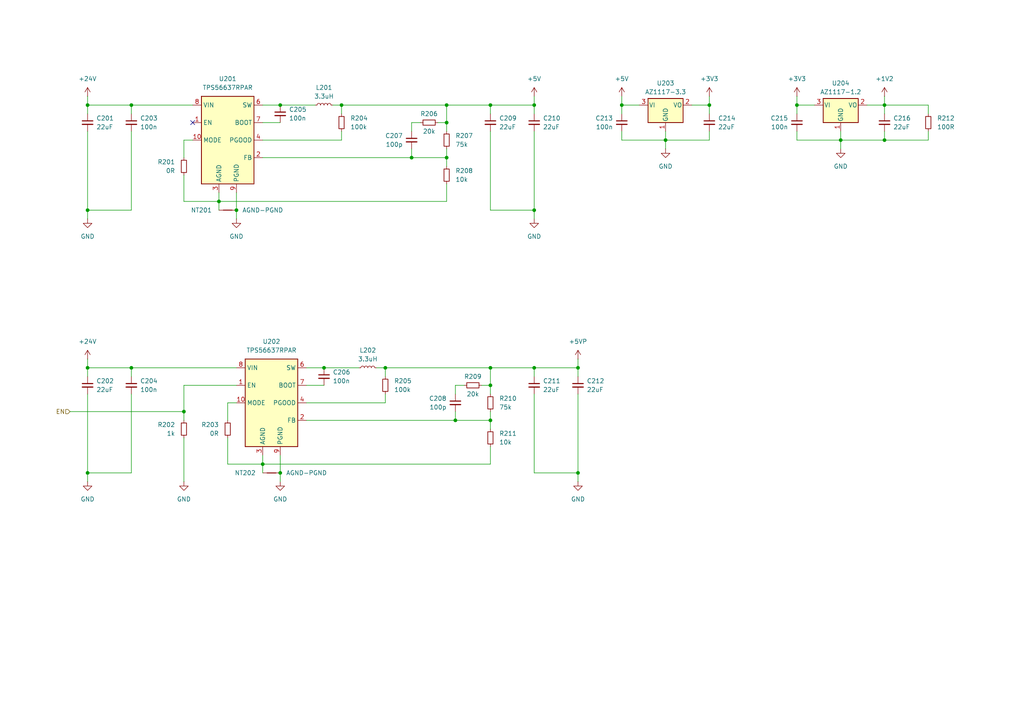
<source format=kicad_sch>
(kicad_sch (version 20250114) (generator "eeschema") (generator_version "9.0")
  (paper "A4")
  (lib_symbols
    (symbol "Device:C_Small" (pin_numbers (hide yes)) (pin_names (offset 0.254) (hide yes))
      (property "Reference" "C" (at 0.254 1.778 0))
      (property "Value" "C_Small" (at 0.254 -2.032 0))
      (symbol "C_Small_0_1"
        (polyline (pts (xy -1.524 0.508) (xy 1.524 0.508)) (stroke (width 0.3048)))
        (polyline (pts (xy -1.524 -0.508) (xy 1.524 -0.508)) (stroke (width 0.3302)))
      )
      (symbol "C_Small_1_1"
        (pin passive line (at 0 2.54 270) (length 2.032) (name "~") (number "1"))
        (pin passive line (at 0 -2.54 90) (length 2.032) (name "~") (number "2"))
      )
    )
    (symbol "Device:L_Small" (pin_numbers (hide yes)) (pin_names (offset 0.254) (hide yes))
      (property "Reference" "L" (at 0.762 1.016 0))
      (property "Value" "L_Small" (at 0.762 -1.016 0))
      (symbol "L_Small_0_1"
        (arc (start 0 2.032) (mid 0.5058 1.524) (end 0 1.016))
        (arc (start 0 1.016) (mid 0.5058 0.508) (end 0 0))
        (arc (start 0 0) (mid 0.5058 -0.508) (end 0 -1.016))
        (arc (start 0 -1.016) (mid 0.5058 -1.524) (end 0 -2.032))
      )
      (symbol "L_Small_1_1"
        (pin passive line (at 0 2.54 270) (length 0.508) (name "~") (number "1"))
        (pin passive line (at 0 -2.54 90) (length 0.508) (name "~") (number "2"))
      )
    )
    (symbol "Device:NetTie_2" (pin_numbers (hide yes)) (pin_names (offset 0) (hide yes)) (in_bom no)
      (property "Reference" "NT" (at 0 1.27 0))
      (property "Value" "NetTie_2" (at 0 -1.27 0))
      (symbol "NetTie_2_0_1"
        (polyline (pts (xy -1.27 0) (xy 1.27 0)) (stroke (width 0.254)))
      )
      (symbol "NetTie_2_1_1"
        (pin passive line (at -2.54 0 0) (length 2.54) (name "1") (number "1"))
        (pin passive line (at 2.54 0 180) (length 2.54) (name "2") (number "2"))
      )
    )
    (symbol "Device:R_Small" (pin_numbers (hide yes)) (pin_names (offset 0.254) (hide yes))
      (property "Reference" "R" (at 0.762 0.508 0))
      (property "Value" "R_Small" (at 0.762 -1.016 0))
      (symbol "R_Small_0_1"
        (rectangle (start -0.762 1.778) (end 0.762 -1.778) (stroke (width 0.2032)))
      )
      (symbol "R_Small_1_1"
        (pin passive line (at 0 2.54 270) (length 0.762) (name "~") (number "1"))
        (pin passive line (at 0 -2.54 90) (length 0.762) (name "~") (number "2"))
      )
    )
    (symbol "Regulator_Linear:AZ1117-1.2" (pin_names (offset 0.254))
      (property "Reference" "U" (at -3.81 3.175 0))
      (property "Value" "AZ1117-1.2" (at 0 3.175 0))
      (symbol "AZ1117-1.2_0_1"
        (rectangle (start -5.08 1.905) (end 5.08 -5.08) (stroke (width 0.254)) (fill (type background)))
      )
      (symbol "AZ1117-1.2_1_1"
        (pin power_in line (at -7.62 0 0) (length 2.54) (name "VI") (number "3"))
        (pin power_in line (at 0 -7.62 90) (length 2.54) (name "GND") (number "1"))
        (pin power_out line (at 7.62 0 180) (length 2.54) (name "VO") (number "2"))
      )
    )
    (symbol "Regulator_Linear:AZ1117-3.3" (pin_names (offset 0.254))
      (property "Reference" "U" (at -3.81 3.175 0))
      (property "Value" "AZ1117-3.3" (at 0 3.175 0))
      (symbol "AZ1117-3.3_0_1"
        (rectangle (start -5.08 1.905) (end 5.08 -5.08) (stroke (width 0.254)) (fill (type background)))
      )
      (symbol "AZ1117-3.3_1_1"
        (pin power_in line (at -7.62 0 0) (length 2.54) (name "VI") (number "3"))
        (pin power_in line (at 0 -7.62 90) (length 2.54) (name "GND") (number "1"))
        (pin power_out line (at 7.62 0 180) (length 2.54) (name "VO") (number "2"))
      )
    )
    (symbol "power:+1V2" (power) (pin_numbers (hide yes)) (pin_names (offset 0) (hide yes))
      (property "Value" "+1V2" (at 0 3.556 0))
      (symbol "+1V2_0_1"
        (polyline (pts (xy -0.762 1.27) (xy 0 2.54)))
        (polyline (pts (xy 0 2.54) (xy 0.762 1.27)))
        (polyline (pts (xy 0 0) (xy 0 2.54)))
      )
      (symbol "+1V2_1_1"
        (pin power_in line (at 0 0 90) (length 0) (name "~") (number "1"))
      )
    )
    (symbol "power:+24V" (power) (pin_numbers (hide yes)) (pin_names (offset 0) (hide yes))
      (property "Value" "+24V" (at 0 3.556 0))
      (symbol "+24V_0_1"
        (polyline (pts (xy -0.762 1.27) (xy 0 2.54)))
        (polyline (pts (xy 0 2.54) (xy 0.762 1.27)))
        (polyline (pts (xy 0 0) (xy 0 2.54)))
      )
      (symbol "+24V_1_1"
        (pin power_in line (at 0 0 90) (length 0) (name "~") (number "1"))
      )
    )
    (symbol "power:+3V3" (power) (pin_numbers (hide yes)) (pin_names (offset 0) (hide yes))
      (property "Value" "+3V3" (at 0 3.556 0))
      (symbol "+3V3_0_1"
        (polyline (pts (xy -0.762 1.27) (xy 0 2.54)))
        (polyline (pts (xy 0 2.54) (xy 0.762 1.27)))
        (polyline (pts (xy 0 0) (xy 0 2.54)))
      )
      (symbol "+3V3_1_1"
        (pin power_in line (at 0 0 90) (length 0) (name "~") (number "1"))
      )
    )
    (symbol "power:+5V" (power) (pin_numbers (hide yes)) (pin_names (offset 0) (hide yes))
      (property "Value" "+5V" (at 0 3.556 0))
      (symbol "+5V_0_1"
        (polyline (pts (xy -0.762 1.27) (xy 0 2.54)))
        (polyline (pts (xy 0 2.54) (xy 0.762 1.27)))
        (polyline (pts (xy 0 0) (xy 0 2.54)))
      )
      (symbol "+5V_1_1"
        (pin power_in line (at 0 0 90) (length 0) (name "~") (number "1"))
      )
    )
    (symbol "power:+5VP" (power) (pin_numbers (hide yes)) (pin_names (offset 0) (hide yes))
      (property "Value" "+5VP" (at 0 3.556 0))
      (symbol "+5VP_0_1"
        (polyline (pts (xy -0.762 1.27) (xy 0 2.54)))
        (polyline (pts (xy 0 2.54) (xy 0.762 1.27)))
        (polyline (pts (xy 0 0) (xy 0 2.54)))
      )
      (symbol "+5VP_1_1"
        (pin power_in line (at 0 0 90) (length 0) (name "~") (number "1"))
      )
    )
    (symbol "power:GND" (power) (pin_numbers (hide yes)) (pin_names (offset 0) (hide yes))
      (property "Value" "GND" (at 0 -3.81 0))
      (symbol "GND_0_1"
        (polyline (pts (xy 0 0) (xy 0 -1.27) (xy 1.27 -1.27) (xy 0 -2.54) (xy -1.27 -1.27) (xy 0 -1.27)))
      )
      (symbol "GND_1_1"
        (pin power_in line (at 0 0 270) (length 0) (name "~") (number "1"))
      )
    )
    (symbol "stmbl-fpga-master:TPS56637RPAR"
      (property "Reference" "U" (at -6.35 13.97 0))
      (property "Value" "TPS56637RPAR" (at 5.08 13.97 0))
      (symbol "TPS56637RPAR_0_1"
        (rectangle (start -7.62 12.7) (end 7.62 -12.7) (stroke (width 0.254)) (fill (type background)))
      )
      (symbol "TPS56637RPAR_1_1"
        (pin power_in line (at -10.16 10.16 0) (length 2.54) (name "VIN") (number "8"))
        (pin input line (at -10.16 5.08 0) (length 2.54) (name "EN") (number "1"))
        (pin input line (at -10.16 0 0) (length 2.54) (name "MODE") (number "10"))
        (pin no_connect line (at -10.16 -5.08 0) (length 2.54) (hide yes) (name "NC") (number "5"))
        (pin power_in line (at -2.54 -15.24 90) (length 2.54) (name "AGND") (number "3"))
        (pin power_in line (at 2.54 -15.24 90) (length 2.54) (name "PGND") (number "9"))
        (pin power_out line (at 10.16 10.16 180) (length 2.54) (name "SW") (number "6"))
        (pin passive line (at 10.16 5.08 180) (length 2.54) (name "BOOT") (number "7"))
        (pin open_collector line (at 10.16 0 180) (length 2.54) (name "PGOOD") (number "4"))
        (pin input line (at 10.16 -5.08 180) (length 2.54) (name "FB") (number "2"))
      )
    )
  )
  (junction (at 256.54 30.48))
  (junction (at 256.54 40.64))
  (junction (at 231.14 30.48))
  (junction (at 193.04 40.64))
  (junction (at 25.4 106.68))
  (junction (at 68.58 60.96))
  (junction (at 25.4 137.16))
  (junction (at 81.28 30.48))
  (junction (at 99.06 30.48))
  (junction (at 53.34 119.38))
  (junction (at 154.94 60.96))
  (junction (at 111.76 106.68))
  (junction (at 129.54 35.56))
  (junction (at 129.54 30.48))
  (junction (at 167.64 106.68))
  (junction (at 119.38 45.72))
  (junction (at 142.24 106.68))
  (junction (at 25.4 60.96))
  (junction (at 63.5 58.42))
  (junction (at 81.28 137.16))
  (junction (at 154.94 30.48))
  (junction (at 25.4 30.48))
  (junction (at 76.2 134.62))
  (junction (at 142.24 30.48))
  (junction (at 167.64 137.16))
  (junction (at 129.54 45.72))
  (junction (at 243.84 40.64))
  (junction (at 180.34 30.48))
  (junction (at 154.94 106.68))
  (junction (at 38.1 30.48))
  (junction (at 142.24 121.92))
  (junction (at 38.1 106.68))
  (junction (at 93.98 106.68))
  (junction (at 142.24 111.76))
  (junction (at 132.08 121.92))
  (junction (at 205.74 30.48))
  (no_connect (at 55.88 35.56))
  (wire (pts (xy 142.24 119.38) (xy 142.24 121.92)))
  (wire (pts (xy 25.4 114.3) (xy 25.4 137.16)))
  (wire (pts (xy 76.2 132.08) (xy 76.2 134.62)))
  (wire (pts (xy 205.74 40.64) (xy 193.04 40.64)))
  (wire (pts (xy 132.08 111.76) (xy 132.08 114.3)))
  (wire (pts (xy 154.94 106.68) (xy 142.24 106.68)))
  (wire (pts (xy 53.34 58.42) (xy 63.5 58.42)))
  (wire (pts (xy 38.1 30.48) (xy 25.4 30.48)))
  (wire (pts (xy 205.74 30.48) (xy 200.66 30.48)))
  (wire (pts (xy 76.2 134.62) (xy 142.24 134.62)))
  (wire (pts (xy 119.38 45.72) (xy 129.54 45.72)))
  (wire (pts (xy 129.54 53.34) (xy 129.54 58.42)))
  (wire (pts (xy 63.5 58.42) (xy 63.5 60.96)))
  (wire (pts (xy 139.7 111.76) (xy 142.24 111.76)))
  (wire (pts (xy 88.9 111.76) (xy 93.98 111.76)))
  (wire (pts (xy 142.24 38.1) (xy 142.24 60.96)))
  (wire (pts (xy 53.34 50.8) (xy 53.34 58.42)))
  (wire (pts (xy 25.4 38.1) (xy 25.4 60.96)))
  (wire (pts (xy 55.88 40.64) (xy 53.34 40.64)))
  (wire (pts (xy 269.24 30.48) (xy 256.54 30.48)))
  (wire (pts (xy 154.94 60.96) (xy 142.24 60.96)))
  (wire (pts (xy 53.34 40.64) (xy 53.34 45.72)))
  (wire (pts (xy 63.5 58.42) (xy 129.54 58.42)))
  (wire (pts (xy 119.38 35.56) (xy 119.38 38.1)))
  (wire (pts (xy 20.32 119.38) (xy 53.34 119.38)))
  (wire (pts (xy 154.94 30.48) (xy 142.24 30.48)))
  (wire (pts (xy 167.64 104.14) (xy 167.64 106.68)))
  (wire (pts (xy 142.24 30.48) (xy 129.54 30.48)))
  (wire (pts (xy 129.54 35.56) (xy 129.54 38.1)))
  (wire (pts (xy 68.58 60.96) (xy 68.58 63.5)))
  (wire (pts (xy 231.14 30.48) (xy 231.14 33.02)))
  (wire (pts (xy 231.14 38.1) (xy 231.14 40.64)))
  (wire (pts (xy 119.38 43.18) (xy 119.38 45.72)))
  (wire (pts (xy 142.24 106.68) (xy 142.24 111.76)))
  (wire (pts (xy 25.4 106.68) (xy 25.4 109.22)))
  (wire (pts (xy 55.88 30.48) (xy 38.1 30.48)))
  (wire (pts (xy 88.9 121.92) (xy 132.08 121.92)))
  (wire (pts (xy 99.06 30.48) (xy 99.06 33.02)))
  (wire (pts (xy 205.74 38.1) (xy 205.74 40.64)))
  (wire (pts (xy 53.34 127) (xy 53.34 139.7)))
  (wire (pts (xy 53.34 119.38) (xy 53.34 121.92)))
  (wire (pts (xy 154.94 38.1) (xy 154.94 60.96)))
  (wire (pts (xy 38.1 30.48) (xy 38.1 33.02)))
  (wire (pts (xy 25.4 60.96) (xy 38.1 60.96)))
  (wire (pts (xy 129.54 30.48) (xy 129.54 35.56)))
  (wire (pts (xy 68.58 55.88) (xy 68.58 60.96)))
  (wire (pts (xy 121.92 35.56) (xy 119.38 35.56)))
  (wire (pts (xy 66.04 127) (xy 66.04 134.62)))
  (wire (pts (xy 193.04 40.64) (xy 193.04 38.1)))
  (wire (pts (xy 231.14 27.94) (xy 231.14 30.48)))
  (wire (pts (xy 180.34 30.48) (xy 180.34 33.02)))
  (wire (pts (xy 111.76 106.68) (xy 111.76 109.22)))
  (wire (pts (xy 167.64 137.16) (xy 154.94 137.16)))
  (wire (pts (xy 38.1 106.68) (xy 38.1 109.22)))
  (wire (pts (xy 243.84 40.64) (xy 243.84 43.18)))
  (wire (pts (xy 256.54 30.48) (xy 251.46 30.48)))
  (wire (pts (xy 93.98 106.68) (xy 104.14 106.68)))
  (wire (pts (xy 96.52 30.48) (xy 99.06 30.48)))
  (wire (pts (xy 231.14 40.64) (xy 243.84 40.64)))
  (wire (pts (xy 142.24 33.02) (xy 142.24 30.48)))
  (wire (pts (xy 38.1 114.3) (xy 38.1 137.16)))
  (wire (pts (xy 38.1 38.1) (xy 38.1 60.96)))
  (wire (pts (xy 76.2 30.48) (xy 81.28 30.48)))
  (wire (pts (xy 111.76 106.68) (xy 142.24 106.68)))
  (wire (pts (xy 66.04 134.62) (xy 76.2 134.62)))
  (wire (pts (xy 256.54 33.02) (xy 256.54 30.48)))
  (wire (pts (xy 111.76 116.84) (xy 88.9 116.84)))
  (wire (pts (xy 167.64 137.16) (xy 167.64 139.7)))
  (wire (pts (xy 185.42 30.48) (xy 180.34 30.48)))
  (wire (pts (xy 53.34 111.76) (xy 68.58 111.76)))
  (wire (pts (xy 99.06 40.64) (xy 76.2 40.64)))
  (wire (pts (xy 25.4 137.16) (xy 25.4 139.7)))
  (wire (pts (xy 111.76 114.3) (xy 111.76 116.84)))
  (wire (pts (xy 25.4 30.48) (xy 25.4 33.02)))
  (wire (pts (xy 193.04 40.64) (xy 193.04 43.18)))
  (wire (pts (xy 129.54 45.72) (xy 129.54 48.26)))
  (wire (pts (xy 134.62 111.76) (xy 132.08 111.76)))
  (wire (pts (xy 25.4 27.94) (xy 25.4 30.48)))
  (wire (pts (xy 167.64 109.22) (xy 167.64 106.68)))
  (wire (pts (xy 132.08 119.38) (xy 132.08 121.92)))
  (wire (pts (xy 243.84 40.64) (xy 243.84 38.1)))
  (wire (pts (xy 154.94 27.94) (xy 154.94 30.48)))
  (wire (pts (xy 167.64 114.3) (xy 167.64 137.16)))
  (wire (pts (xy 63.5 55.88) (xy 63.5 58.42)))
  (wire (pts (xy 68.58 116.84) (xy 66.04 116.84)))
  (wire (pts (xy 142.24 129.54) (xy 142.24 134.62)))
  (wire (pts (xy 236.22 30.48) (xy 231.14 30.48)))
  (wire (pts (xy 99.06 30.48) (xy 129.54 30.48)))
  (wire (pts (xy 269.24 38.1) (xy 269.24 40.64)))
  (wire (pts (xy 25.4 137.16) (xy 38.1 137.16)))
  (wire (pts (xy 76.2 134.62) (xy 76.2 137.16)))
  (wire (pts (xy 66.04 116.84) (xy 66.04 121.92)))
  (wire (pts (xy 38.1 106.68) (xy 25.4 106.68)))
  (wire (pts (xy 76.2 35.56) (xy 81.28 35.56)))
  (wire (pts (xy 154.94 109.22) (xy 154.94 106.68)))
  (wire (pts (xy 256.54 40.64) (xy 243.84 40.64)))
  (wire (pts (xy 76.2 45.72) (xy 119.38 45.72)))
  (wire (pts (xy 180.34 38.1) (xy 180.34 40.64)))
  (wire (pts (xy 269.24 33.02) (xy 269.24 30.48)))
  (wire (pts (xy 25.4 60.96) (xy 25.4 63.5)))
  (wire (pts (xy 81.28 132.08) (xy 81.28 137.16)))
  (wire (pts (xy 142.24 121.92) (xy 142.24 124.46)))
  (wire (pts (xy 154.94 60.96) (xy 154.94 63.5)))
  (wire (pts (xy 167.64 106.68) (xy 154.94 106.68)))
  (wire (pts (xy 99.06 38.1) (xy 99.06 40.64)))
  (wire (pts (xy 180.34 40.64) (xy 193.04 40.64)))
  (wire (pts (xy 256.54 27.94) (xy 256.54 30.48)))
  (wire (pts (xy 205.74 27.94) (xy 205.74 30.48)))
  (wire (pts (xy 129.54 43.18) (xy 129.54 45.72)))
  (wire (pts (xy 25.4 104.14) (xy 25.4 106.68)))
  (wire (pts (xy 269.24 40.64) (xy 256.54 40.64)))
  (wire (pts (xy 132.08 121.92) (xy 142.24 121.92)))
  (wire (pts (xy 88.9 106.68) (xy 93.98 106.68)))
  (wire (pts (xy 81.28 30.48) (xy 91.44 30.48)))
  (wire (pts (xy 38.1 106.68) (xy 68.58 106.68)))
  (wire (pts (xy 109.22 106.68) (xy 111.76 106.68)))
  (wire (pts (xy 256.54 38.1) (xy 256.54 40.64)))
  (wire (pts (xy 154.94 114.3) (xy 154.94 137.16)))
  (wire (pts (xy 154.94 33.02) (xy 154.94 30.48)))
  (wire (pts (xy 81.28 137.16) (xy 81.28 139.7)))
  (wire (pts (xy 180.34 27.94) (xy 180.34 30.48)))
  (wire (pts (xy 205.74 33.02) (xy 205.74 30.48)))
  (wire (pts (xy 142.24 111.76) (xy 142.24 114.3)))
  (wire (pts (xy 127 35.56) (xy 129.54 35.56)))
  (wire (pts (xy 53.34 111.76) (xy 53.34 119.38)))
  (hierarchical_label "EN" (shape input) (at 20.32 119.38 180))
  (symbol (lib_id "stmbl-fpga-master:TPS56637RPAR") (at 66.04 40.64 0) (unit 1)
    (property "Reference" "U201" (at 66.04 22.86 0))
    (property "Value" "TPS56637RPAR" (at 66.04 25.4 0))
    (property "Footprint" "stmbl-fpga-master:Texas_RPA0010A_VQFN-HR-10_3x3mm_P0.5mm" (effects (hide yes)))
    (property "Datasheet" "https://www.ti.com/lit/ds/symlink/tps56637.pdf" (effects (hide yes)))
    (property "Description" "4.5V-28V Input, 6A Synchronous Buck Converter, Adjustable Output, 500kHz Switching Frequency, Texas VQFN-HR (10)" (effects (hide yes)))
  )
  (symbol (lib_id "Device:R_Small") (at 269.24 35.56 0) (unit 1)
    (property "Reference" "R212" (at 271.78 34.2899 0) (effects (justify left)))
    (property "Value" "100R" (at 271.78 36.8299 0) (effects (justify left)))
    (property "Footprint" "Resistor_SMD:R_0603_1608Metric" (effects (hide yes)))
    (property "Description" "Resistor, small symbol" (effects (hide yes)))
  )
  (symbol (lib_id "Device:R_Small") (at 142.24 127 0) (unit 1)
    (property "Reference" "R211" (at 144.78 125.7299 0) (effects (justify left)))
    (property "Value" "10k" (at 144.78 128.2699 0) (effects (justify left)))
    (property "Footprint" "Resistor_SMD:R_0603_1608Metric" (effects (hide yes)))
    (property "Description" "Resistor, small symbol" (effects (hide yes)))
  )
  (symbol (lib_id "Device:C_Small") (at 154.94 111.76 0) (unit 1)
    (property "Reference" "C211" (at 157.48 110.4962 0) (effects (justify left)))
    (property "Value" "22uF" (at 157.48 113.0362 0) (effects (justify left)))
    (property "Footprint" "Capacitor_SMD:C_1206_3216Metric" (effects (hide yes)))
    (property "Description" "Unpolarized capacitor, small symbol" (effects (hide yes)))
  )
  (symbol (lib_id "Regulator_Linear:AZ1117-3.3") (at 193.04 30.48 0) (unit 1)
    (property "Reference" "U203" (at 193.04 24.13 0))
    (property "Value" "AZ1117-3.3" (at 193.04 26.67 0))
    (property "Footprint" "Package_TO_SOT_SMD:SOT-223-3_TabPin2" (effects (hide yes)))
    (property "Datasheet" "https://www.diodes.com/assets/Datasheets/AZ1117.pdf" (effects (hide yes)))
    (property "Description" "1A 20V Fixed LDO Linear Regulator, 3.3V, SOT-89/SOT-223/TO-220/TO-252/TO-263" (effects (hide yes)))
  )
  (symbol (lib_id "Device:C_Small") (at 119.38 40.64 0) (mirror y) (unit 1)
    (property "Reference" "C207" (at 116.84 39.3762 0) (effects (justify left)))
    (property "Value" "100p" (at 116.84 41.9162 0) (effects (justify left)))
    (property "Footprint" "Capacitor_SMD:C_0603_1608Metric" (effects (hide yes)))
    (property "Description" "Unpolarized capacitor, small symbol" (effects (hide yes)))
  )
  (symbol (lib_id "Device:C_Small") (at 25.4 111.76 0) (unit 1)
    (property "Reference" "C202" (at 27.94 110.4962 0) (effects (justify left)))
    (property "Value" "22uF" (at 27.94 113.0362 0) (effects (justify left)))
    (property "Footprint" "Capacitor_SMD:C_1206_3216Metric" (effects (hide yes)))
    (property "Description" "Unpolarized capacitor, small symbol" (effects (hide yes)))
  )
  (symbol (lib_id "power:+24V") (at 25.4 27.94 0) (unit 1)
    (property "Reference" "#PWR0201" (effects (hide yes)))
    (property "Value" "+24V" (at 25.4 22.86 0))
    (property "Description" "Power symbol creates a global label with name \"+24V\"" (effects (hide yes)))
  )
  (symbol (lib_id "Device:R_Small") (at 137.16 111.76 90) (unit 1)
    (property "Reference" "R209" (at 137.16 109.22 90))
    (property "Value" "20k" (at 137.16 114.3 90))
    (property "Footprint" "Resistor_SMD:R_0603_1608Metric" (effects (hide yes)))
    (property "Description" "Resistor, small symbol" (effects (hide yes)))
  )
  (symbol (lib_id "Device:C_Small") (at 132.08 116.84 0) (mirror y) (unit 1)
    (property "Reference" "C208" (at 129.54 115.5762 0) (effects (justify left)))
    (property "Value" "100p" (at 129.54 118.1162 0) (effects (justify left)))
    (property "Footprint" "Capacitor_SMD:C_0603_1608Metric" (effects (hide yes)))
    (property "Description" "Unpolarized capacitor, small symbol" (effects (hide yes)))
  )
  (symbol (lib_id "Device:C_Small") (at 167.64 111.76 0) (unit 1)
    (property "Reference" "C212" (at 170.18 110.4962 0) (effects (justify left)))
    (property "Value" "22uF" (at 170.18 113.0362 0) (effects (justify left)))
    (property "Footprint" "Capacitor_SMD:C_1206_3216Metric" (effects (hide yes)))
    (property "Description" "Unpolarized capacitor, small symbol" (effects (hide yes)))
  )
  (symbol (lib_id "Device:C_Small") (at 142.24 35.56 0) (unit 1)
    (property "Reference" "C209" (at 144.78 34.2962 0) (effects (justify left)))
    (property "Value" "22uF" (at 144.78 36.8362 0) (effects (justify left)))
    (property "Footprint" "Capacitor_SMD:C_1206_3216Metric" (effects (hide yes)))
    (property "Description" "Unpolarized capacitor, small symbol" (effects (hide yes)))
  )
  (symbol (lib_id "Device:C_Small") (at 180.34 35.56 0) (mirror y) (unit 1)
    (property "Reference" "C213" (at 177.8 34.2962 0) (effects (justify left)))
    (property "Value" "100n" (at 177.8 36.8362 0) (effects (justify left)))
    (property "Footprint" "Capacitor_SMD:C_0603_1608Metric" (effects (hide yes)))
    (property "Description" "Unpolarized capacitor, small symbol" (effects (hide yes)))
  )
  (symbol (lib_id "Device:C_Small") (at 38.1 111.76 0) (unit 1)
    (property "Reference" "C204" (at 40.64 110.4962 0) (effects (justify left)))
    (property "Value" "100n" (at 40.64 113.0362 0) (effects (justify left)))
    (property "Footprint" "Capacitor_SMD:C_0603_1608Metric" (effects (hide yes)))
    (property "Description" "Unpolarized capacitor, small symbol" (effects (hide yes)))
  )
  (symbol (lib_id "Device:R_Small") (at 53.34 48.26 0) (mirror y) (unit 1)
    (property "Reference" "R201" (at 50.8 46.9899 0) (effects (justify left)))
    (property "Value" "0R" (at 50.8 49.5299 0) (effects (justify left)))
    (property "Footprint" "Resistor_SMD:R_0603_1608Metric" (effects (hide yes)))
    (property "Description" "Resistor, small symbol" (effects (hide yes)))
  )
  (symbol (lib_id "Device:C_Small") (at 38.1 35.56 0) (unit 1)
    (property "Reference" "C203" (at 40.64 34.2962 0) (effects (justify left)))
    (property "Value" "100n" (at 40.64 36.8362 0) (effects (justify left)))
    (property "Footprint" "Capacitor_SMD:C_0603_1608Metric" (effects (hide yes)))
    (property "Description" "Unpolarized capacitor, small symbol" (effects (hide yes)))
  )
  (symbol (lib_id "Device:C_Small") (at 154.94 35.56 0) (unit 1)
    (property "Reference" "C210" (at 157.48 34.2962 0) (effects (justify left)))
    (property "Value" "22uF" (at 157.48 36.8362 0) (effects (justify left)))
    (property "Footprint" "Capacitor_SMD:C_1206_3216Metric" (effects (hide yes)))
    (property "Description" "Unpolarized capacitor, small symbol" (effects (hide yes)))
  )
  (symbol (lib_id "Device:C_Small") (at 81.28 33.02 0) (unit 1)
    (property "Reference" "C205" (at 83.82 31.7562 0) (effects (justify left)))
    (property "Value" "100n" (at 83.82 34.2962 0) (effects (justify left)))
    (property "Footprint" "Capacitor_SMD:C_0603_1608Metric" (effects (hide yes)))
    (property "Description" "Unpolarized capacitor, small symbol" (effects (hide yes)))
  )
  (symbol (lib_id "Device:R_Small") (at 142.24 116.84 0) (unit 1)
    (property "Reference" "R210" (at 144.78 115.5699 0) (effects (justify left)))
    (property "Value" "75k" (at 144.78 118.1099 0) (effects (justify left)))
    (property "Footprint" "Resistor_SMD:R_0603_1608Metric" (effects (hide yes)))
    (property "Description" "Resistor, small symbol" (effects (hide yes)))
  )
  (symbol (lib_id "power:+5VP") (at 167.64 104.14 0) (unit 1)
    (property "Reference" "#PWR0210" (effects (hide yes)))
    (property "Value" "+5VP" (at 167.64 99.06 0))
    (property "Description" "Power symbol creates a global label with name \"+5VP\"" (effects (hide yes)))
  )
  (symbol (lib_id "Device:R_Small") (at 66.04 124.46 0) (mirror y) (unit 1)
    (property "Reference" "R203" (at 63.5 123.1899 0) (effects (justify left)))
    (property "Value" "0R" (at 63.5 125.7299 0) (effects (justify left)))
    (property "Footprint" "Resistor_SMD:R_0603_1608Metric" (effects (hide yes)))
    (property "Description" "Resistor, small symbol" (effects (hide yes)))
  )
  (symbol (lib_id "Device:L_Small") (at 93.98 30.48 90) (unit 1)
    (property "Reference" "L201" (at 93.98 25.4 90))
    (property "Value" "3.3uH" (at 93.98 27.94 90))
    (property "Footprint" "Inductor_SMD:L_Sunlord_MWSA0603S" (effects (hide yes)))
    (property "Description" "Inductor, small symbol" (effects (hide yes)))
  )
  (symbol (lib_id "power:GND") (at 81.28 139.7 0) (unit 1)
    (property "Reference" "#PWR0207" (effects (hide yes)))
    (property "Value" "GND" (at 81.28 144.78 0))
    (property "Description" "Power symbol creates a global label with name \"GND\" , ground" (effects (hide yes)))
  )
  (symbol (lib_id "Device:C_Small") (at 231.14 35.56 0) (mirror y) (unit 1)
    (property "Reference" "C215" (at 228.6 34.2962 0) (effects (justify left)))
    (property "Value" "100n" (at 228.6 36.8362 0) (effects (justify left)))
    (property "Footprint" "Capacitor_SMD:C_0603_1608Metric" (effects (hide yes)))
    (property "Description" "Unpolarized capacitor, small symbol" (effects (hide yes)))
  )
  (symbol (lib_id "power:+1V2") (at 256.54 27.94 0) (unit 1)
    (property "Reference" "#PWR0217" (effects (hide yes)))
    (property "Value" "+1V2" (at 256.54 22.86 0))
    (property "Description" "Power symbol creates a global label with name \"+1V2\"" (effects (hide yes)))
  )
  (symbol (lib_id "power:GND") (at 68.58 63.5 0) (unit 1)
    (property "Reference" "#PWR0206" (effects (hide yes)))
    (property "Value" "GND" (at 68.58 68.58 0))
    (property "Description" "Power symbol creates a global label with name \"GND\" , ground" (effects (hide yes)))
  )
  (symbol (lib_id "Device:R_Small") (at 124.46 35.56 90) (unit 1)
    (property "Reference" "R206" (at 124.46 33.02 90))
    (property "Value" "20k" (at 124.46 38.1 90))
    (property "Footprint" "Resistor_SMD:R_0603_1608Metric" (effects (hide yes)))
    (property "Description" "Resistor, small symbol" (effects (hide yes)))
  )
  (symbol (lib_id "power:GND") (at 193.04 43.18 0) (unit 1)
    (property "Reference" "#PWR0213" (effects (hide yes)))
    (property "Value" "GND" (at 193.04 48.26 0))
    (property "Description" "Power symbol creates a global label with name \"GND\" , ground" (effects (hide yes)))
  )
  (symbol (lib_id "power:GND") (at 243.84 43.18 0) (unit 1)
    (property "Reference" "#PWR0216" (effects (hide yes)))
    (property "Value" "GND" (at 243.84 48.26 0))
    (property "Description" "Power symbol creates a global label with name \"GND\" , ground" (effects (hide yes)))
  )
  (symbol (lib_id "Device:C_Small") (at 93.98 109.22 0) (unit 1)
    (property "Reference" "C206" (at 96.52 107.9562 0) (effects (justify left)))
    (property "Value" "100n" (at 96.52 110.4962 0) (effects (justify left)))
    (property "Footprint" "Capacitor_SMD:C_0603_1608Metric" (effects (hide yes)))
    (property "Description" "Unpolarized capacitor, small symbol" (effects (hide yes)))
  )
  (symbol (lib_id "Device:L_Small") (at 106.68 106.68 90) (unit 1)
    (property "Reference" "L202" (at 106.68 101.6 90))
    (property "Value" "3.3uH" (at 106.68 104.14 90))
    (property "Footprint" "Inductor_SMD:L_Sunlord_MWSA0603S" (effects (hide yes)))
    (property "Description" "Inductor, small symbol" (effects (hide yes)))
  )
  (symbol (lib_id "Device:R_Small") (at 129.54 50.8 0) (unit 1)
    (property "Reference" "R208" (at 132.08 49.5299 0) (effects (justify left)))
    (property "Value" "10k" (at 132.08 52.0699 0) (effects (justify left)))
    (property "Footprint" "Resistor_SMD:R_0603_1608Metric" (effects (hide yes)))
    (property "Description" "Resistor, small symbol" (effects (hide yes)))
  )
  (symbol (lib_id "Device:C_Small") (at 256.54 35.56 0) (unit 1)
    (property "Reference" "C216" (at 259.08 34.2962 0) (effects (justify left)))
    (property "Value" "22uF" (at 259.08 36.8362 0) (effects (justify left)))
    (property "Footprint" "Capacitor_SMD:C_1206_3216Metric" (effects (hide yes)))
    (property "Description" "Unpolarized capacitor, small symbol" (effects (hide yes)))
  )
  (symbol (lib_id "Device:R_Small") (at 129.54 40.64 0) (unit 1)
    (property "Reference" "R207" (at 132.08 39.3699 0) (effects (justify left)))
    (property "Value" "75k" (at 132.08 41.9099 0) (effects (justify left)))
    (property "Footprint" "Resistor_SMD:R_0603_1608Metric" (effects (hide yes)))
    (property "Description" "Resistor, small symbol" (effects (hide yes)))
  )
  (symbol (lib_id "Device:NetTie_2") (at 66.04 60.96 0) (unit 1) (in_bom no)
    (property "Reference" "NT201" (at 58.42 60.96 0))
    (property "Value" "AGND-PGND" (at 76.2 60.96 0))
    (property "Footprint" "NetTie:NetTie-2_SMD_Pad0.5mm" (effects (hide yes)))
    (property "Description" "Net tie, 2 pins" (effects (hide yes)))
  )
  (symbol (lib_id "stmbl-fpga-master:TPS56637RPAR") (at 78.74 116.84 0) (unit 1)
    (property "Reference" "U202" (at 78.74 99.06 0))
    (property "Value" "TPS56637RPAR" (at 78.74 101.6 0))
    (property "Footprint" "stmbl-fpga-master:Texas_RPA0010A_VQFN-HR-10_3x3mm_P0.5mm" (effects (hide yes)))
    (property "Datasheet" "https://www.ti.com/lit/ds/symlink/tps56637.pdf" (effects (hide yes)))
    (property "Description" "4.5V-28V Input, 6A Synchronous Buck Converter, Adjustable Output, 500kHz Switching Frequency, Texas VQFN-HR (10)" (effects (hide yes)))
  )
  (symbol (lib_id "power:GND") (at 25.4 63.5 0) (unit 1)
    (property "Reference" "#PWR0202" (effects (hide yes)))
    (property "Value" "GND" (at 25.4 68.58 0))
    (property "Description" "Power symbol creates a global label with name \"GND\" , ground" (effects (hide yes)))
  )
  (symbol (lib_id "power:+5V") (at 180.34 27.94 0) (unit 1)
    (property "Reference" "#PWR0212" (effects (hide yes)))
    (property "Value" "+5V" (at 180.34 22.86 0))
    (property "Description" "Power symbol creates a global label with name \"+5V\"" (effects (hide yes)))
  )
  (symbol (lib_id "power:+24V") (at 25.4 104.14 0) (unit 1)
    (property "Reference" "#PWR0203" (effects (hide yes)))
    (property "Value" "+24V" (at 25.4 99.06 0))
    (property "Description" "Power symbol creates a global label with name \"+24V\"" (effects (hide yes)))
  )
  (symbol (lib_id "power:GND") (at 25.4 139.7 0) (unit 1)
    (property "Reference" "#PWR0204" (effects (hide yes)))
    (property "Value" "GND" (at 25.4 144.78 0))
    (property "Description" "Power symbol creates a global label with name \"GND\" , ground" (effects (hide yes)))
  )
  (symbol (lib_id "Device:R_Small") (at 99.06 35.56 0) (unit 1)
    (property "Reference" "R204" (at 101.6 34.2899 0) (effects (justify left)))
    (property "Value" "100k" (at 101.6 36.8299 0) (effects (justify left)))
    (property "Footprint" "Resistor_SMD:R_0603_1608Metric" (effects (hide yes)))
    (property "Description" "Resistor, small symbol" (effects (hide yes)))
  )
  (symbol (lib_id "power:GND") (at 154.94 63.5 0) (unit 1)
    (property "Reference" "#PWR0209" (effects (hide yes)))
    (property "Value" "GND" (at 154.94 68.58 0))
    (property "Description" "Power symbol creates a global label with name \"GND\" , ground" (effects (hide yes)))
  )
  (symbol (lib_id "Device:R_Small") (at 53.34 124.46 0) (mirror y) (unit 1)
    (property "Reference" "R202" (at 50.8 123.1899 0) (effects (justify left)))
    (property "Value" "1k" (at 50.8 125.7299 0) (effects (justify left)))
    (property "Footprint" "Resistor_SMD:R_0603_1608Metric" (effects (hide yes)))
    (property "Description" "Resistor, small symbol" (effects (hide yes)))
  )
  (symbol (lib_id "power:GND") (at 167.64 139.7 0) (unit 1)
    (property "Reference" "#PWR0211" (effects (hide yes)))
    (property "Value" "GND" (at 167.64 144.78 0))
    (property "Description" "Power symbol creates a global label with name \"GND\" , ground" (effects (hide yes)))
  )
  (symbol (lib_id "Device:R_Small") (at 111.76 111.76 0) (unit 1)
    (property "Reference" "R205" (at 114.3 110.4899 0) (effects (justify left)))
    (property "Value" "100k" (at 114.3 113.0299 0) (effects (justify left)))
    (property "Footprint" "Resistor_SMD:R_0603_1608Metric" (effects (hide yes)))
    (property "Description" "Resistor, small symbol" (effects (hide yes)))
  )
  (symbol (lib_id "power:+3V3") (at 205.74 27.94 0) (unit 1)
    (property "Reference" "#PWR0214" (effects (hide yes)))
    (property "Value" "+3V3" (at 205.74 22.86 0))
    (property "Description" "Power symbol creates a global label with name \"+3V3\"" (effects (hide yes)))
  )
  (symbol (lib_id "Regulator_Linear:AZ1117-1.2") (at 243.84 30.48 0) (unit 1)
    (property "Reference" "U204" (at 243.84 24.13 0))
    (property "Value" "AZ1117-1.2" (at 243.84 26.67 0))
    (property "Footprint" "Package_TO_SOT_SMD:SOT-223-3_TabPin2" (effects (hide yes)))
    (property "Datasheet" "https://www.diodes.com/assets/Datasheets/AZ1117.pdf" (effects (hide yes)))
    (property "Description" "1A 20V Fixed LDO Linear Regulator, 1.2V, SOT-89/SOT-223/TO-220/TO-252/TO-263" (effects (hide yes)))
  )
  (symbol (lib_id "Device:C_Small") (at 25.4 35.56 0) (unit 1)
    (property "Reference" "C201" (at 27.94 34.2962 0) (effects (justify left)))
    (property "Value" "22uF" (at 27.94 36.8362 0) (effects (justify left)))
    (property "Footprint" "Capacitor_SMD:C_1206_3216Metric" (effects (hide yes)))
    (property "Description" "Unpolarized capacitor, small symbol" (effects (hide yes)))
  )
  (symbol (lib_id "power:+5V") (at 154.94 27.94 0) (unit 1)
    (property "Reference" "#PWR0208" (effects (hide yes)))
    (property "Value" "+5V" (at 154.94 22.86 0))
    (property "Description" "Power symbol creates a global label with name \"+5V\"" (effects (hide yes)))
  )
  (symbol (lib_id "power:+3V3") (at 231.14 27.94 0) (unit 1)
    (property "Reference" "#PWR0215" (effects (hide yes)))
    (property "Value" "+3V3" (at 231.14 22.86 0))
    (property "Description" "Power symbol creates a global label with name \"+3V3\"" (effects (hide yes)))
  )
  (symbol (lib_id "power:GND") (at 53.34 139.7 0) (unit 1)
    (property "Reference" "#PWR0205" (effects (hide yes)))
    (property "Value" "GND" (at 53.34 144.78 0))
    (property "Description" "Power symbol creates a global label with name \"GND\" , ground" (effects (hide yes)))
  )
  (symbol (lib_id "Device:C_Small") (at 205.74 35.56 0) (unit 1)
    (property "Reference" "C214" (at 208.28 34.2962 0) (effects (justify left)))
    (property "Value" "22uF" (at 208.28 36.8362 0) (effects (justify left)))
    (property "Footprint" "Capacitor_SMD:C_1206_3216Metric" (effects (hide yes)))
    (property "Description" "Unpolarized capacitor, small symbol" (effects (hide yes)))
  )
  (symbol (lib_id "Device:NetTie_2") (at 78.74 137.16 0) (unit 1) (in_bom no)
    (property "Reference" "NT202" (at 71.12 137.16 0))
    (property "Value" "AGND-PGND" (at 88.9 137.16 0))
    (property "Footprint" "NetTie:NetTie-2_SMD_Pad0.5mm" (effects (hide yes)))
    (property "Description" "Net tie, 2 pins" (effects (hide yes)))
  )
)
</source>
